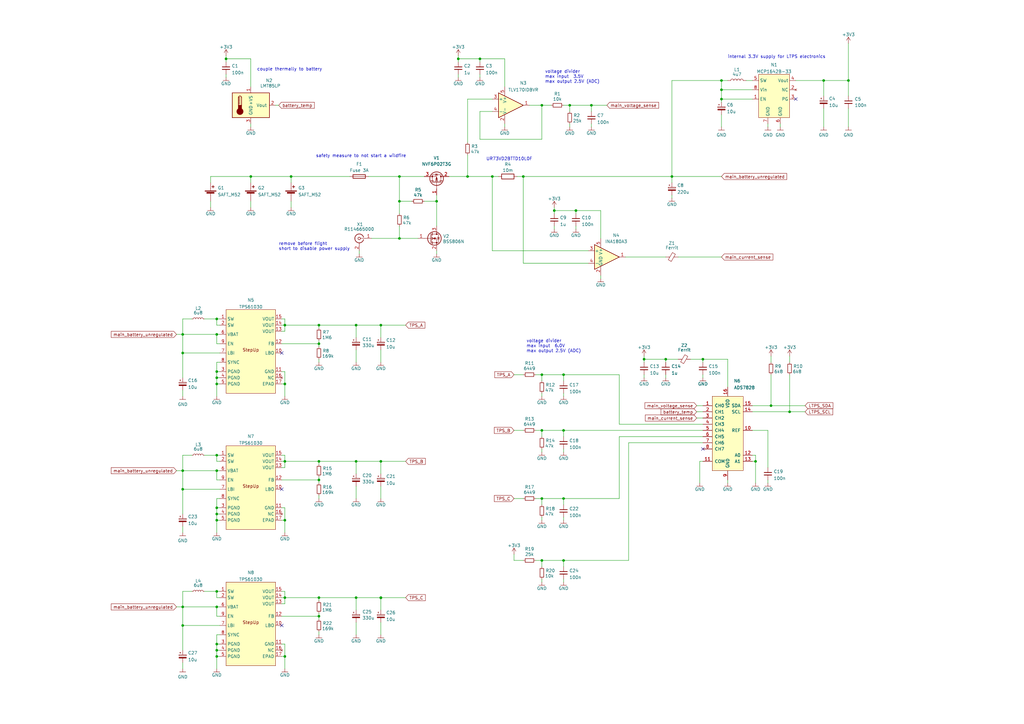
<source format=kicad_sch>
(kicad_sch (version 20211123) (generator eeschema)
  (paper "A3")
  (title_block (title "Low Temp. Power System") (date "May 2023") (rev "1.1") (company "Arno Krenslehner") (comment 1 "LTPS") (comment 2 "schematic") (comment 3 "qualification  model") (comment 4 "en"))
  (junction (at 88.9 137.16))
  (junction (at 74.93 193.04))
  (junction (at 179.07 82.55))
  (junction (at 222.25 153.67))
  (junction (at 156.21 133.35))
  (junction (at 201.93 72.39))
  (junction (at 273.05 147.32))
  (junction (at 88.9 193.04))
  (junction (at 92.71 24.13))
  (junction (at 74.93 137.16))
  (junction (at 88.9 213.36))
  (junction (at 163.83 97.79))
  (junction (at 130.81 189.23))
  (junction (at 116.84 189.23))
  (junction (at 337.82 33.02))
  (junction (at 88.9 264.16))
  (junction (at 295.91 36.83))
  (junction (at 88.9 154.94))
  (junction (at 231.14 153.67))
  (junction (at 130.81 245.11))
  (junction (at 116.84 245.11))
  (junction (at 233.68 43.18))
  (junction (at 130.81 133.35))
  (junction (at 88.9 242.57))
  (junction (at 88.9 210.82))
  (junction (at 222.25 176.53))
  (junction (at 88.9 152.4))
  (junction (at 74.93 256.54))
  (junction (at 309.88 189.23))
  (junction (at 88.9 269.24))
  (junction (at 295.91 40.64))
  (junction (at 264.16 147.32))
  (junction (at 316.23 166.37))
  (junction (at 227.33 86.36))
  (junction (at 146.05 189.23))
  (junction (at 275.59 72.39))
  (junction (at 156.21 245.1979))
  (junction (at 231.14 229.87))
  (junction (at 163.83 72.39))
  (junction (at 88.9 186.69))
  (junction (at 130.81 196.85))
  (junction (at 88.9 248.92))
  (junction (at 295.91 33.02))
  (junction (at 347.98 33.02))
  (junction (at 236.22 86.36))
  (junction (at 187.96 24.13))
  (junction (at 156.21 245.11))
  (junction (at 116.84 213.36))
  (junction (at 196.85 24.13))
  (junction (at 130.81 252.73))
  (junction (at 214.63 72.39))
  (junction (at 163.83 82.55))
  (junction (at 146.05 133.35))
  (junction (at 116.84 157.48))
  (junction (at 231.14 204.47))
  (junction (at 88.9 157.48))
  (junction (at 222.25 43.18))
  (junction (at 222.25 229.87))
  (junction (at 116.84 133.35))
  (junction (at 88.9 208.28))
  (junction (at 74.93 248.92))
  (junction (at 323.85 168.91))
  (junction (at 116.84 269.24))
  (junction (at 74.93 144.78))
  (junction (at 74.93 200.66))
  (junction (at 242.57 43.18))
  (junction (at 156.21 189.23))
  (junction (at 191.77 72.39))
  (junction (at 146.05 245.11))
  (junction (at 102.87 72.39))
  (junction (at 88.9 130.81))
  (junction (at 130.81 140.97))
  (junction (at 119.38 72.39))
  (junction (at 231.14 176.53))
  (junction (at 222.25 204.47))
  (junction (at 288.29 147.32))
  (junction (at 88.9 266.7))
  (no_connect (at 326.39 40.64))
  (no_connect (at 115.57 144.78))
  (no_connect (at 115.57 256.54))
  (no_connect (at 288.29 184.15))
  (no_connect (at 115.57 200.66))
  (wire (pts (xy 116.84 157.48) (xy 116.84 162.56)))
  (wire (pts (xy 116.84 189.23) (xy 130.81 189.23)))
  (wire (pts (xy 308.61 168.91) (xy 323.85 168.91)))
  (wire (pts (xy 222.25 229.87) (xy 222.25 232.41)))
  (wire (pts (xy 295.91 40.64) (xy 308.61 40.64)))
  (wire (pts (xy 314.96 176.53) (xy 308.61 176.53)))
  (wire (pts (xy 74.93 256.54) (xy 90.17 256.54)))
  (wire (pts (xy 179.07 82.55) (xy 179.07 92.71)))
  (wire (pts (xy 88.9 266.7) (xy 90.17 266.7)))
  (wire (pts (xy 74.93 200.66) (xy 90.17 200.66)))
  (wire (pts (xy 86.36 72.39) (xy 102.87 72.39)))
  (wire (pts (xy 92.71 25.4) (xy 92.71 24.13)))
  (wire (pts (xy 115.57 135.89) (xy 116.84 135.89)))
  (wire (pts (xy 116.84 213.36) (xy 116.84 218.44)))
  (wire (pts (xy 119.38 72.39) (xy 119.38 74.93)))
  (wire (pts (xy 88.9 208.28) (xy 88.9 210.82)))
  (wire (pts (xy 201.93 40.64) (xy 191.77 40.64)))
  (wire (pts (xy 285.75 171.45) (xy 288.29 171.45)))
  (wire (pts (xy 254 153.67) (xy 254 173.99)))
  (wire (pts (xy 298.45 147.32) (xy 298.45 158.75)))
  (wire (pts (xy 146.05 245.11) (xy 156.21 245.11)))
  (wire (pts (xy 116.84 152.4) (xy 116.84 157.48)))
  (wire (pts (xy 295.91 40.64) (xy 295.91 36.83)))
  (wire (pts (xy 146.05 189.23) (xy 156.21 189.23)))
  (wire (pts (xy 156.21 199.39) (xy 156.21 204.47)))
  (wire (pts (xy 130.81 259.08) (xy 130.81 260.35)))
  (wire (pts (xy 88.9 266.7) (xy 88.9 269.24)))
  (wire (pts (xy 90.17 260.35) (xy 88.9 260.35)))
  (wire (pts (xy 88.9 196.85) (xy 88.9 193.04)))
  (wire (pts (xy 256.54 105.41) (xy 273.05 105.41)))
  (wire (pts (xy 130.81 251.46) (xy 130.81 252.73)))
  (wire (pts (xy 275.59 80.01) (xy 275.59 81.28)))
  (wire (pts (xy 74.93 242.57) (xy 74.93 248.92)))
  (wire (pts (xy 156.21 189.23) (xy 156.21 194.31)))
  (wire (pts (xy 222.25 153.67) (xy 231.14 153.67)))
  (wire (pts (xy 130.81 147.32) (xy 130.81 148.59)))
  (wire (pts (xy 295.91 33.02) (xy 295.91 36.83)))
  (wire (pts (xy 222.25 176.53) (xy 231.14 176.53)))
  (wire (pts (xy 90.17 140.97) (xy 88.9 140.97)))
  (wire (pts (xy 90.17 186.69) (xy 88.9 186.69)))
  (wire (pts (xy 196.85 45.72) (xy 196.85 57.15)))
  (wire (pts (xy 214.63 107.95) (xy 241.3 107.95)))
  (wire (pts (xy 72.39 193.04) (xy 74.93 193.04)))
  (wire (pts (xy 92.71 24.13) (xy 102.87 24.13)))
  (wire (pts (xy 130.81 139.7) (xy 130.81 140.97)))
  (wire (pts (xy 222.25 229.87) (xy 231.14 229.87)))
  (wire (pts (xy 233.68 43.18) (xy 242.57 43.18)))
  (wire (pts (xy 219.71 176.53) (xy 222.25 176.53)))
  (wire (pts (xy 222.25 204.47) (xy 222.25 207.01)))
  (wire (pts (xy 116.84 135.89) (xy 116.84 133.35)))
  (wire (pts (xy 298.45 196.85) (xy 298.45 198.12)))
  (wire (pts (xy 187.96 30.48) (xy 187.96 31.75)))
  (wire (pts (xy 196.85 30.48) (xy 196.85 31.75)))
  (wire (pts (xy 74.93 137.16) (xy 74.93 144.78)))
  (wire (pts (xy 74.93 215.9) (xy 74.93 218.44)))
  (wire (pts (xy 88.9 130.81) (xy 88.9 133.35)))
  (wire (pts (xy 115.57 196.85) (xy 130.81 196.85)))
  (wire (pts (xy 347.98 17.78) (xy 347.98 33.02)))
  (wire (pts (xy 191.77 72.39) (xy 201.93 72.39)))
  (wire (pts (xy 179.07 82.55) (xy 179.07 80.01)))
  (wire (pts (xy 156.21 255.27) (xy 156.21 260.35)))
  (wire (pts (xy 323.85 168.91) (xy 330.2 168.91)))
  (wire (pts (xy 88.9 248.92) (xy 90.17 248.92)))
  (wire (pts (xy 242.57 50.8) (xy 242.57 52.07)))
  (wire (pts (xy 130.81 195.58) (xy 130.81 196.85)))
  (wire (pts (xy 306.07 33.02) (xy 308.61 33.02)))
  (wire (pts (xy 314.96 176.53) (xy 314.96 191.77)))
  (wire (pts (xy 74.93 271.78) (xy 74.93 274.32)))
  (wire (pts (xy 196.85 25.4) (xy 196.85 24.13)))
  (wire (pts (xy 241.3 102.87) (xy 201.93 102.87)))
  (wire (pts (xy 219.71 204.47) (xy 222.25 204.47)))
  (wire (pts (xy 323.85 146.05) (xy 323.85 148.59)))
  (wire (pts (xy 275.59 33.02) (xy 295.91 33.02)))
  (wire (pts (xy 88.9 152.4) (xy 88.9 154.94)))
  (wire (pts (xy 92.71 30.48) (xy 92.71 31.75)))
  (wire (pts (xy 88.9 193.04) (xy 90.17 193.04)))
  (wire (pts (xy 316.23 166.37) (xy 330.2 166.37)))
  (wire (pts (xy 78.74 186.69) (xy 74.93 186.69)))
  (wire (pts (xy 102.87 24.13) (xy 102.87 35.56)))
  (wire (pts (xy 264.16 147.32) (xy 273.05 147.32)))
  (wire (pts (xy 337.82 33.02) (xy 337.82 39.37)))
  (wire (pts (xy 116.84 269.24) (xy 116.84 274.32)))
  (wire (pts (xy 130.81 133.35) (xy 146.05 133.35)))
  (wire (pts (xy 308.61 189.23) (xy 309.88 189.23)))
  (wire (pts (xy 90.17 152.4) (xy 88.9 152.4)))
  (wire (pts (xy 119.38 72.39) (xy 143.51 72.39)))
  (wire (pts (xy 92.71 22.86) (xy 92.71 24.13)))
  (wire (pts (xy 231.14 179.07) (xy 231.14 176.53)))
  (wire (pts (xy 187.96 24.13) (xy 196.85 24.13)))
  (wire (pts (xy 163.83 72.39) (xy 173.99 72.39)))
  (wire (pts (xy 210.82 229.87) (xy 214.63 229.87)))
  (wire (pts (xy 116.84 247.65) (xy 116.84 245.11)))
  (wire (pts (xy 283.21 147.32) (xy 288.29 147.32)))
  (wire (pts (xy 115.57 140.97) (xy 130.81 140.97)))
  (wire (pts (xy 254 179.07) (xy 288.29 179.07)))
  (wire (pts (xy 116.84 189.23) (xy 116.84 186.69)))
  (wire (pts (xy 102.87 72.39) (xy 119.38 72.39)))
  (wire (pts (xy 163.83 82.55) (xy 168.91 82.55)))
  (wire (pts (xy 78.74 130.81) (xy 74.93 130.81)))
  (wire (pts (xy 273.05 147.32) (xy 278.13 147.32)))
  (wire (pts (xy 227.33 86.36) (xy 236.22 86.36)))
  (wire (pts (xy 210.82 204.47) (xy 214.63 204.47)))
  (wire (pts (xy 88.9 189.23) (xy 90.17 189.23)))
  (wire (pts (xy 242.57 45.72) (xy 242.57 43.18)))
  (wire (pts (xy 152.4 97.79) (xy 163.83 97.79)))
  (wire (pts (xy 231.14 184.15) (xy 231.14 185.42)))
  (wire (pts (xy 115.57 191.77) (xy 116.84 191.77)))
  (wire (pts (xy 222.25 161.29) (xy 222.25 162.56)))
  (wire (pts (xy 285.75 168.91) (xy 288.29 168.91)))
  (wire (pts (xy 115.57 213.36) (xy 116.84 213.36)))
  (wire (pts (xy 264.16 153.67) (xy 264.16 154.94)))
  (wire (pts (xy 264.16 147.32) (xy 264.16 148.59)))
  (wire (pts (xy 83.82 130.81) (xy 88.9 130.81)))
  (wire (pts (xy 222.25 212.09) (xy 222.25 213.36)))
  (wire (pts (xy 115.57 242.57) (xy 116.84 242.57)))
  (wire (pts (xy 222.25 43.18) (xy 226.06 43.18)))
  (wire (pts (xy 115.57 252.73) (xy 130.81 252.73)))
  (wire (pts (xy 275.59 72.39) (xy 295.91 72.39)))
  (wire (pts (xy 88.9 242.57) (xy 88.9 245.11)))
  (wire (pts (xy 115.57 208.28) (xy 116.84 208.28)))
  (wire (pts (xy 236.22 86.36) (xy 246.38 86.36)))
  (wire (pts (xy 74.93 248.92) (xy 74.93 256.54)))
  (wire (pts (xy 196.85 57.15) (xy 222.25 57.15)))
  (wire (pts (xy 227.33 85.09) (xy 227.33 86.36)))
  (wire (pts (xy 147.32 102.87) (xy 147.32 104.14)))
  (wire (pts (xy 236.22 87.63) (xy 236.22 86.36)))
  (wire (pts (xy 201.93 72.39) (xy 204.47 72.39)))
  (wire (pts (xy 88.9 154.94) (xy 88.9 157.48)))
  (wire (pts (xy 222.25 204.47) (xy 231.14 204.47)))
  (wire (pts (xy 90.17 208.28) (xy 88.9 208.28)))
  (wire (pts (xy 288.29 153.67) (xy 288.29 154.94)))
  (wire (pts (xy 116.84 133.35) (xy 116.84 130.81)))
  (wire (pts (xy 115.57 133.35) (xy 116.84 133.35)))
  (wire (pts (xy 116.84 245.11) (xy 116.84 242.57)))
  (wire (pts (xy 146.05 133.35) (xy 146.05 138.43)))
  (wire (pts (xy 222.25 176.53) (xy 222.25 179.07)))
  (wire (pts (xy 74.93 200.66) (xy 74.93 210.82)))
  (wire (pts (xy 295.91 36.83) (xy 308.61 36.83)))
  (wire (pts (xy 156.21 133.35) (xy 156.21 138.43)))
  (wire (pts (xy 74.93 137.16) (xy 88.9 137.16)))
  (wire (pts (xy 88.9 264.16) (xy 88.9 266.7)))
  (wire (pts (xy 156.21 133.35) (xy 166.37 133.35)))
  (wire (pts (xy 231.14 153.67) (xy 254 153.67)))
  (wire (pts (xy 156.21 143.51) (xy 156.21 148.59)))
  (wire (pts (xy 115.57 130.81) (xy 116.84 130.81)))
  (wire (pts (xy 337.82 44.45) (xy 337.82 52.07)))
  (wire (pts (xy 163.83 72.39) (xy 163.83 82.55)))
  (wire (pts (xy 207.01 24.13) (xy 207.01 35.56)))
  (wire (pts (xy 309.88 186.69) (xy 308.61 186.69)))
  (wire (pts (xy 116.84 191.77) (xy 116.84 189.23)))
  (wire (pts (xy 130.81 189.23) (xy 146.05 189.23)))
  (wire (pts (xy 184.15 72.39) (xy 191.77 72.39)))
  (wire (pts (xy 288.29 181.61) (xy 257.81 181.61)))
  (wire (pts (xy 146.05 143.51) (xy 146.05 148.59)))
  (wire (pts (xy 88.9 245.11) (xy 90.17 245.11)))
  (wire (pts (xy 156.21 245.11) (xy 166.37 245.11)))
  (wire (pts (xy 227.33 92.71) (xy 227.33 93.98)))
  (wire (pts (xy 88.9 154.94) (xy 90.17 154.94)))
  (wire (pts (xy 222.25 184.15) (xy 222.25 185.42)))
  (wire (pts (xy 88.9 137.16) (xy 90.17 137.16)))
  (wire (pts (xy 72.39 137.16) (xy 74.93 137.16)))
  (wire (pts (xy 231.14 156.21) (xy 231.14 153.67)))
  (wire (pts (xy 246.38 86.36) (xy 246.38 97.79)))
  (wire (pts (xy 115.57 157.48) (xy 116.84 157.48)))
  (wire (pts (xy 163.83 97.79) (xy 171.45 97.79)))
  (wire (pts (xy 83.82 242.57) (xy 88.9 242.57)))
  (wire (pts (xy 113.03 43.18) (xy 114.3 43.18)))
  (wire (pts (xy 309.88 189.23) (xy 309.88 198.12)))
  (wire (pts (xy 156.21 245.1979) (xy 156.21 250.19)))
  (wire (pts (xy 163.83 92.71) (xy 163.83 97.79)))
  (wire (pts (xy 295.91 33.02) (xy 298.45 33.02)))
  (wire (pts (xy 288.29 148.59) (xy 288.29 147.32)))
  (wire (pts (xy 88.9 213.36) (xy 88.9 218.44)))
  (wire (pts (xy 130.81 245.11) (xy 146.05 245.11)))
  (wire (pts (xy 74.93 248.92) (xy 88.9 248.92)))
  (wire (pts (xy 90.17 252.73) (xy 88.9 252.73)))
  (wire (pts (xy 88.9 260.35) (xy 88.9 264.16)))
  (wire (pts (xy 83.82 186.69) (xy 88.9 186.69)))
  (wire (pts (xy 337.82 33.02) (xy 347.98 33.02)))
  (wire (pts (xy 88.9 210.82) (xy 90.17 210.82)))
  (wire (pts (xy 219.71 153.67) (xy 222.25 153.67)))
  (wire (pts (xy 246.38 113.03) (xy 246.38 114.3)))
  (wire (pts (xy 288.29 147.32) (xy 298.45 147.32)))
  (wire (pts (xy 257.81 181.61) (xy 257.81 229.87)))
  (wire (pts (xy 231.14 176.53) (xy 288.29 176.53)))
  (wire (pts (xy 231.14 204.47) (xy 254 204.47)))
  (wire (pts (xy 201.93 102.87) (xy 201.93 72.39)))
  (wire (pts (xy 115.57 245.11) (xy 116.84 245.11)))
  (wire (pts (xy 74.93 144.78) (xy 74.93 154.94)))
  (wire (pts (xy 130.81 133.35) (xy 130.81 134.62)))
  (wire (pts (xy 212.09 72.39) (xy 214.63 72.39)))
  (wire (pts (xy 146.05 189.23) (xy 146.05 194.31)))
  (wire (pts (xy 207.01 50.8) (xy 207.01 52.07)))
  (wire (pts (xy 285.75 166.37) (xy 288.29 166.37)))
  (wire (pts (xy 233.68 50.8) (xy 233.68 52.07)))
  (wire (pts (xy 287.02 198.12) (xy 287.02 189.23)))
  (wire (pts (xy 254 173.99) (xy 288.29 173.99)))
  (wire (pts (xy 74.93 130.81) (xy 74.93 137.16)))
  (wire (pts (xy 72.39 248.92) (xy 74.93 248.92)))
  (wire (pts (xy 116.84 264.16) (xy 116.84 269.24)))
  (wire (pts (xy 88.9 148.59) (xy 88.9 152.4)))
  (wire (pts (xy 242.57 43.18) (xy 248.92 43.18)))
  (wire (pts (xy 130.81 140.97) (xy 130.81 142.24)))
  (wire (pts (xy 163.83 82.55) (xy 163.83 87.63)))
  (wire (pts (xy 88.9 213.36) (xy 90.17 213.36)))
  (wire (pts (xy 323.85 168.91) (xy 323.85 153.67)))
  (wire (pts (xy 187.96 22.86) (xy 187.96 24.13)))
  (wire (pts (xy 295.91 41.91) (xy 295.91 40.64)))
  (wire (pts (xy 231.14 212.09) (xy 231.14 213.36)))
  (wire (pts (xy 231.14 229.87) (xy 257.81 229.87)))
  (wire (pts (xy 231.14 161.29) (xy 231.14 162.56)))
  (wire (pts (xy 222.25 237.49) (xy 222.25 238.76)))
  (wire (pts (xy 130.81 252.73) (xy 130.81 254)))
  (wire (pts (xy 88.9 210.82) (xy 88.9 213.36)))
  (wire (pts (xy 309.88 189.23) (xy 309.88 186.69)))
  (wire (pts (xy 88.9 252.73) (xy 88.9 248.92)))
  (wire (pts (xy 86.36 74.93) (xy 86.36 72.39)))
  (wire (pts (xy 146.05 245.11) (xy 146.05 250.19)))
  (wire (pts (xy 210.82 227.33) (xy 210.82 229.87)))
  (wire (pts (xy 210.82 176.53) (xy 214.63 176.53)))
  (wire (pts (xy 90.17 130.81) (xy 88.9 130.81)))
  (wire (pts (xy 88.9 204.47) (xy 88.9 208.28)))
  (wire (pts (xy 74.93 193.04) (xy 88.9 193.04)))
  (wire (pts (xy 201.93 45.72) (xy 196.85 45.72)))
  (wire (pts (xy 314.96 50.8) (xy 314.96 52.07)))
  (wire (pts (xy 236.22 92.71) (xy 236.22 93.98)))
  (wire (pts (xy 173.99 82.55) (xy 179.07 82.55)))
  (wire (pts (xy 74.93 186.69) (xy 74.93 193.04)))
  (wire (pts (xy 88.9 186.69) (xy 88.9 189.23)))
  (wire (pts (xy 74.93 193.04) (xy 74.93 200.66)))
  (wire (pts (xy 74.93 144.78) (xy 90.17 144.78)))
  (wire (pts (xy 130.81 196.85) (xy 130.81 198.12)))
  (wire (pts (xy 102.87 72.39) (xy 102.87 74.93)))
  (wire (pts (xy 119.38 82.55) (xy 119.38 85.09)))
  (wire (pts (xy 222.25 57.15) (xy 222.25 43.18)))
  (wire (pts (xy 316.23 166.37) (xy 316.23 153.67)))
  (wire (pts (xy 88.9 140.97) (xy 88.9 137.16)))
  (wire (pts (xy 115.57 189.23) (xy 116.84 189.23)))
  (wire (pts (xy 287.02 189.23) (xy 288.29 189.23)))
  (wire (pts (xy 115.57 269.24) (xy 116.84 269.24)))
  (wire (pts (xy 316.23 146.05) (xy 316.23 148.59)))
  (wire (pts (xy 187.96 24.13) (xy 187.96 25.4)))
  (wire (pts (xy 78.74 242.57) (xy 74.93 242.57)))
  (wire (pts (xy 102.87 50.8) (xy 102.87 52.07)))
  (wire (pts (xy 233.68 43.18) (xy 233.68 45.72)))
  (wire (pts (xy 90.17 196.85) (xy 88.9 196.85)))
  (wire (pts (xy 102.87 82.55) (xy 102.87 85.09)))
  (wire (pts (xy 116.84 133.35) (xy 130.81 133.35)))
  (wire (pts (xy 231.14 232.41) (xy 231.14 229.87)))
  (wire (pts (xy 74.93 256.54) (xy 74.93 266.7)))
  (wire (pts (xy 146.05 133.35) (xy 156.21 133.35)))
  (wire (pts (xy 115.57 264.16) (xy 116.84 264.16)))
  (wire (pts (xy 222.25 43.18) (xy 217.17 43.18)))
  (wire (pts (xy 347.98 44.45) (xy 347.98 52.07)))
  (wire (pts (xy 320.04 50.8) (xy 320.04 52.07)))
  (wire (pts (xy 115.57 186.69) (xy 116.84 186.69)))
  (wire (pts (xy 273.05 147.32) (xy 273.05 148.59)))
  (wire (pts (xy 222.25 153.67) (xy 222.25 156.21)))
  (wire (pts (xy 130.81 203.2) (xy 130.81 204.47)))
  (wire (pts (xy 254 204.47) (xy 254 179.07)))
  (wire (pts (xy 130.81 245.11) (xy 130.81 246.38)))
  (wire (pts (xy 314.96 196.85) (xy 314.96 198.12)))
  (wire (pts (xy 90.17 204.47) (xy 88.9 204.47)))
  (wire (pts (xy 231.14 207.01) (xy 231.14 204.47)))
  (wire (pts (xy 88.9 157.48) (xy 88.9 162.56)))
  (wire (pts (xy 156.21 189.23) (xy 166.37 189.23)))
  (wire (pts (xy 295.91 46.99) (xy 295.91 52.07)))
  (wire (pts (xy 130.81 189.23) (xy 130.81 190.5)))
  (wire (pts (xy 308.61 166.37) (xy 316.23 166.37)))
  (wire (pts (xy 146.05 255.27) (xy 146.05 260.35)))
  (wire (pts (xy 86.36 82.55) (xy 86.36 85.09)))
  (wire (pts (xy 196.85 24.13) (xy 207.01 24.13)))
  (wire (pts (xy 231.14 237.49) (xy 231.14 238.76)))
  (wire (pts (xy 210.82 153.67) (xy 214.63 153.67)))
  (wire (pts (xy 90.17 148.59) (xy 88.9 148.59)))
  (wire (pts (xy 191.77 40.64) (xy 191.77 58.42)))
  (wire (pts (xy 214.63 72.39) (xy 214.63 107.95)))
  (wire (pts (xy 227.33 86.36) (xy 227.33 87.63)))
  (wire (pts (xy 219.71 229.87) (xy 222.25 229.87)))
  (wire (pts (xy 146.05 199.39) (xy 146.05 204.47)))
  (wire (pts (xy 179.07 102.87) (xy 179.07 104.14)))
  (wire (pts (xy 278.13 105.41) (xy 295.91 105.41)))
  (wire (pts (xy 264.16 146.05) (xy 264.16 147.32)))
  (wire (pts (xy 347.98 39.37) (xy 347.98 33.02)))
  (wire (pts (xy 326.39 33.02) (xy 337.82 33.02)))
  (wire (pts (xy 275.59 33.02) (xy 275.59 72.39)))
  (wire (pts (xy 214.63 72.39) (xy 275.59 72.39)))
  (wire (pts (xy 151.13 72.39) (xy 163.83 72.39)))
  (wire (pts (xy 88.9 269.24) (xy 90.17 269.24)))
  (wire (pts (xy 273.05 153.67) (xy 273.05 154.94)))
  (wire (pts (xy 115.57 247.65) (xy 116.84 247.65)))
  (wire (pts (xy 90.17 242.57) (xy 88.9 242.57)))
  (wire (pts (xy 88.9 133.35) (xy 90.17 133.35)))
  (wire (pts (xy 88.9 157.48) (xy 90.17 157.48)))
  (wire (pts (xy 74.93 160.02) (xy 74.93 162.56)))
  (wire (pts (xy 116.84 245.11) (xy 130.81 245.11)))
  (wire (pts (xy 115.57 152.4) (xy 116.84 152.4)))
  (wire (pts (xy 88.9 269.24) (xy 88.9 274.32)))
  (wire (pts (xy 275.59 72.39) (xy 275.59 74.93)))
  (wire (pts (xy 156.21 245.11) (xy 156.21 245.1979)))
  (wire (pts (xy 231.14 43.18) (xy 233.68 43.18)))
  (wire (pts (xy 116.84 208.28) (xy 116.84 213.36)))
  (wire (pts (xy 191.77 63.5) (xy 191.77 72.39)))
  (wire (pts (xy 90.17 264.16) (xy 88.9 264.16)))
  (text "couple thermally to battery" (at 105.41 29.21 0) (effects (font (size 1.27 1.27)) (justify left bottom)))
  (text "internal 3.3V supply for LTPS electronics" (at 298.45 24.13 0) (effects (font (size 1.27 1.27)) (justify left bottom)))
  (text "UR73VD2BTTD10L0F" (at 199.39 66.04 0) (effects (font (size 1.27 1.27)) (justify left bottom)))
  (text "safety measure to not start a wildfire" (at 129.54 64.77 0) (effects (font (size 1.27 1.27)) (justify left bottom)))
  (text "voltage divider\nmax input  3.5V\nmax output 2.5V (ADC)" (at 223.52 34.29 0) (effects (font (size 1.27 1.27)) (justify left bottom)))
  (text "remove before flight\nshort to disable power supply" (at 114.3 102.87 0) (effects (font (size 1.27 1.27)) (justify left bottom)))
  (text "voltage divider\nmax input  6.0V\nmax output 2.5V (ADC)" (at 215.9 144.78 0) (effects (font (size 1.27 1.27)) (justify left bottom)))
  (global_label "TPS_A" (shape input) (at 210.82 153.67 180) (property "Intersheet References" "${INTERSHEET_REFS}" (effects hide)))
  (global_label "TPS_C" (shape input) (at 166.37 245.11 0) (property "Intersheet References" "${INTERSHEET_REFS}" (effects hide)))
  (global_label "main_battery_unregulated" (shape input) (at 72.39 193.04 180) (property "Intersheet References" "${INTERSHEET_REFS}" (effects hide)))
  (global_label "TPS_B" (shape input) (at 210.82 176.53 180) (property "Intersheet References" "${INTERSHEET_REFS}" (effects hide)))
  (global_label "battery_temp" (shape input) (at 114.3 43.18 0) (property "Intersheet References" "${INTERSHEET_REFS}" (effects hide)))
  (global_label "main_battery_unregulated" (shape input) (at 72.39 137.16 180) (property "Intersheet References" "${INTERSHEET_REFS}" (effects hide)))
  (global_label "main_voltage_sense" (shape input) (at 285.75 166.37 180) (property "Intersheet References" "${INTERSHEET_REFS}" (effects hide)))
  (global_label "main_voltage_sense" (shape input) (at 248.92 43.18 0) (property "Intersheet References" "${INTERSHEET_REFS}" (effects hide)))
  (global_label "battery_temp" (shape input) (at 285.75 168.91 180) (property "Intersheet References" "${INTERSHEET_REFS}" (effects hide)))
  (global_label "TPS_B" (shape input) (at 166.37 189.23 0) (property "Intersheet References" "${INTERSHEET_REFS}" (effects hide)))
  (global_label "main_battery_unregulated" (shape input) (at 295.91 72.39 0) (property "Intersheet References" "${INTERSHEET_REFS}" (effects hide)))
  (global_label "TPS_C" (shape input) (at 210.82 204.47 180) (property "Intersheet References" "${INTERSHEET_REFS}" (effects hide)))
  (global_label "LTPS_SCL" (shape input) (at 330.2 168.91 0) (property "Intersheet References" "${INTERSHEET_REFS}" (effects hide)))
  (global_label "TPS_A" (shape input) (at 166.37 133.35 0) (property "Intersheet References" "${INTERSHEET_REFS}" (effects hide)))
  (global_label "main_battery_unregulated" (shape input) (at 72.39 248.92 180) (property "Intersheet References" "${INTERSHEET_REFS}" (effects hide)))
  (global_label "LTPS_SDA" (shape input) (at 330.2 166.37 0) (property "Intersheet References" "${INTERSHEET_REFS}" (effects hide)))
  (global_label "main_current_sense" (shape input) (at 295.91 105.41 0) (property "Intersheet References" "${INTERSHEET_REFS}" (effects hide)))
  (global_label "main_current_sense" (shape input) (at 285.75 171.45 180) (property "Intersheet References" "${INTERSHEET_REFS}" (effects hide)))
  (symbol (lib_id "Device:R") (at 208.28 72.39 90) (unit 1)
    (property "Reference" "R4" (at 208.28 67.4075 90))
    (property "Value" "10m" (at 208.28 69.85 90))
    (property "Footprint" "Resistor_SMD:R_1206_3216Metric" (effects hide))
  )
  (symbol (lib_id "Amplifier_Current:INA138") (at 248.92 105.41 0) (unit 1)
    (property "Reference" "N4" (at 252.73 96.52 0))
    (property "Value" "INA180A3" (at 252.73 99.06 0))
    (property "Footprint" "Package_TO_SOT_SMD:SOT-23-5" (effects hide))
    (property "Datasheet" "http://www.ti.com/lit/ds/symlink/ina138.pdf" (effects hide))
  )
  (symbol (lib_id "Device:C_Small") (at 347.98 41.91 0) (unit 1)
    (property "Reference" "C5" (at 350.52 40.64 0) (effects (justify left)))
    (property "Value" "100n" (at 350.52 43.18 0) (effects (justify left)))
    (property "Footprint" "Capacitor_SMD:C_0805_2012Metric" (effects hide))
  )
  (symbol (lib_id "Device:R_Small") (at 222.25 209.55 0) (unit 1)
    (property "Reference" "R18" (at 223.7486 208.6415 0) (effects (justify left)))
    (property "Value" "47k" (at 223.52 210.82 0) (effects (justify left)))
    (property "Footprint" "Resistor_SMD:R_0603_1608Metric" (effects hide))
  )
  (symbol (lib_id "power:GND") (at 298.45 198.12 0) (mirror y) (unit 1)
    (property "Reference" "#PWR043" (effects hide))
    (property "Value" "GND" (at 298.45 200.66 0))
  )
  (symbol (lib_id "power:GND") (at 74.93 162.56 0) (unit 1)
    (property "Reference" "#PWR035" (effects hide))
    (property "Value" "GND" (at 74.93 165.8525 0))
  )
  (symbol (lib_id "power:GND") (at 187.96 31.75 0) (mirror y) (unit 1)
    (property "Reference" "#PWR05" (effects hide))
    (property "Value" "GND" (at 187.96 34.29 0))
  )
  (symbol (lib_id "Device:C_Small") (at 227.33 90.17 0) (unit 1)
    (property "Reference" "C9" (at 229.6541 89.2678 0) (effects (justify left)))
    (property "Value" "1u" (at 229.6541 92.0429 0) (effects (justify left)))
    (property "Footprint" "Capacitor_SMD:C_0805_2012Metric" (effects hide))
  )
  (symbol (lib_id "power:GND") (at 309.88 198.12 0) (mirror y) (unit 1)
    (property "Reference" "#PWR044" (effects hide))
    (property "Value" "GND" (at 309.88 200.66 0))
  )
  (symbol (lib_id "power:GND") (at 236.22 93.98 0) (mirror y) (unit 1)
    (property "Reference" "#PWR022" (effects hide))
    (property "Value" "GND" (at 236.22 96.52 0))
  )
  (symbol (lib_id "power:GND") (at 233.68 52.07 0) (unit 1)
    (property "Reference" "#PWR09" (effects hide))
    (property "Value" "GND" (at 233.68 54.61 0))
  )
  (symbol (lib_id "power:GND") (at 222.25 213.36 0) (unit 1)
    (property "Reference" "#PWR049" (effects hide))
    (property "Value" "GND" (at 222.25 215.9 0))
  )
  (symbol (lib_id "power:+3V3") (at 264.16 146.05 0) (unit 1)
    (property "Reference" "#PWR026" (effects hide))
    (property "Value" "+3V3" (at 264.16 142.4455 0))
  )
  (symbol (lib_id "power:GND") (at 231.14 213.36 0) (mirror y) (unit 1)
    (property "Reference" "#PWR050" (effects hide))
    (property "Value" "GND" (at 231.14 215.9 0))
  )
  (symbol (lib_id "_ic:MCP1642B-33") (at 317.5 30.48 0) (unit 1)
    (property "Reference" "N1" (at 317.5 26.5643 0))
    (property "Value" "MCP1642B-33" (at 317.5 29.3394 0))
    (property "Footprint" "Package_SO:MSOP-8_3x3mm_P0.65mm" (effects hide))
  )
  (symbol (lib_id "Device:R_Small") (at 217.17 229.87 270) (mirror x) (unit 1)
    (property "Reference" "R19" (at 217.17 225.1669 90))
    (property "Value" "25k" (at 217.17 227.33 90))
    (property "Footprint" "Resistor_SMD:R_0603_1608Metric" (effects hide))
  )
  (symbol (lib_id "Device:C_Small") (at 92.71 27.94 0) (unit 1)
    (property "Reference" "C1" (at 95.0341 27.0378 0) (effects (justify left)))
    (property "Value" "100n" (at 95.0341 29.8129 0) (effects (justify left)))
    (property "Footprint" "Capacitor_SMD:C_0805_2012Metric" (effects hide))
  )
  (symbol (lib_id "power:GND") (at 347.98 52.07 0) (unit 1)
    (property "Reference" "#PWR015" (effects hide))
    (property "Value" "GND" (at 347.98 55.3625 0))
  )
  (symbol (lib_id "Device:Battery_Cell") (at 119.38 80.01 0) (unit 1)
    (property "Reference" "G3" (at 122.301 77.0695 0) (effects (justify left)))
    (property "Value" "SAFT_M52" (at 122.301 79.8446 0) (effects (justify left)))
    (property "Footprint" "Battery:SAFT_M52" (effects hide))
  )
  (symbol (lib_id "power:GND") (at 156.21 260.35 0) (mirror y) (unit 1)
    (property "Reference" "#PWR059" (effects hide))
    (property "Value" "GND" (at 156.21 262.89 0))
  )
  (symbol (lib_id "Device:C_Small") (at 288.29 151.13 0) (unit 1)
    (property "Reference" "C15" (at 290.6141 150.2278 0) (effects (justify left)))
    (property "Value" "100n" (at 290.6141 153.0029 0) (effects (justify left)))
    (property "Footprint" "Capacitor_SMD:C_0805_2012Metric" (effects hide))
  )
  (symbol (lib_id "_ic:TPS61030") (at 102.87 238.76 0) (unit 1)
    (property "Reference" "N8" (at 102.87 234.8443 0))
    (property "Value" "TPS61030" (at 102.87 237.6194 0))
    (property "Footprint" "Package_SO:TSSOP-16-1EP_4.4x5mm_P0.65mm_EP3x3mm_ThermalVias" (effects hide))
  )
  (symbol (lib_id "power:GND") (at 88.9 162.56 0) (mirror y) (unit 1)
    (property "Reference" "#PWR036" (effects hide))
    (property "Value" "GND" (at 88.9 165.1 0))
  )
  (symbol (lib_id "power:GND") (at 146.05 260.35 0) (mirror y) (unit 1)
    (property "Reference" "#PWR058" (effects hide))
    (property "Value" "GND" (at 146.05 262.89 0))
  )
  (symbol (lib_id "Device:C_Small") (at 187.96 27.94 0) (unit 1)
    (property "Reference" "C2" (at 190.2841 27.0378 0) (effects (justify left)))
    (property "Value" "1u" (at 190.2841 29.8129 0) (effects (justify left)))
    (property "Footprint" "Capacitor_SMD:C_0805_2012Metric" (effects hide))
  )
  (symbol (lib_id "Device:R_Small") (at 233.68 48.26 0) (unit 1)
    (property "Reference" "R2" (at 235.1786 47.3515 0) (effects (justify left)))
    (property "Value" "25k" (at 234.95 49.53 0) (effects (justify left)))
    (property "Footprint" "Resistor_SMD:R_0603_1608Metric" (effects hide))
  )
  (symbol (lib_id "power:GND") (at 102.87 85.09 0) (unit 1)
    (property "Reference" "#PWR018" (effects hide))
    (property "Value" "GND" (at 102.87 87.63 0))
  )
  (symbol (lib_id "Device:R_Small") (at 217.17 153.67 270) (mirror x) (unit 1)
    (property "Reference" "R11" (at 217.17 148.9669 90))
    (property "Value" "64k9" (at 217.17 151.13 90))
    (property "Footprint" "Resistor_SMD:R_0603_1608Metric" (effects hide))
  )
  (symbol (lib_id "power:GND") (at 92.71 31.75 0) (mirror y) (unit 1)
    (property "Reference" "#PWR04" (effects hide))
    (property "Value" "GND" (at 92.71 34.29 0))
  )
  (symbol (lib_id "Device:R_Small") (at 130.81 256.54 0) (unit 1)
    (property "Reference" "R22" (at 132.3086 255.6315 0) (effects (justify left)))
    (property "Value" "169k" (at 132.08 257.81 0) (effects (justify left)))
    (property "Footprint" "Resistor_SMD:R_0603_1608Metric" (effects hide))
  )
  (symbol (lib_id "power:GND") (at 314.96 52.07 0) (unit 1)
    (property "Reference" "#PWR012" (effects hide))
    (property "Value" "GND" (at 314.96 55.3625 0))
  )
  (symbol (lib_id "Device:C_Polarized_Small") (at 337.82 41.91 0) (unit 1)
    (property "Reference" "C4" (at 339.979 40.4554 0) (effects (justify left)))
    (property "Value" "10u" (at 339.979 43.2305 0) (effects (justify left)))
    (property "Footprint" "Capacitor_SMD:C_1206_3216Metric" (effects hide))
  )
  (symbol (lib_id "power:GND") (at 130.81 260.35 0) (unit 1)
    (property "Reference" "#PWR057" (effects hide))
    (property "Value" "GND" (at 130.81 262.89 0))
  )
  (symbol (lib_id "power:GND") (at 295.91 52.07 0) (unit 1)
    (property "Reference" "#PWR011" (effects hide))
    (property "Value" "GND" (at 295.91 55.3625 0))
  )
  (symbol (lib_id "power:GND") (at 116.84 274.32 0) (unit 1)
    (property "Reference" "#PWR062" (effects hide))
    (property "Value" "GND" (at 116.84 276.86 0))
  )
  (symbol (lib_name "TPS61030_2") (lib_id "_ic:TPS61030") (at 102.87 182.88 0) (unit 1)
    (property "Reference" "N7" (at 102.87 178.9643 0))
    (property "Value" "TPS61030" (at 102.87 181.7394 0))
    (property "Footprint" "Package_SO:TSSOP-16-1EP_4.4x5mm_P0.65mm_EP3x3mm_ThermalVias" (effects hide))
  )
  (symbol (lib_id "Device:C_Polarized_Small") (at 146.05 140.97 0) (unit 1)
    (property "Reference" "C11" (at 148.59 139.1538 0) (effects (justify left)))
    (property "Value" "330u" (at 148.59 141.6938 0) (effects (justify left)))
    (property "Footprint" "Capacitor_Tantalum_SMD:CP_EIA-7343-30_AVX-N" (effects hide))
  )
  (symbol (lib_id "Device:C_Small") (at 314.96 194.31 0) (unit 1)
    (property "Reference" "C19" (at 317.2841 193.4078 0) (effects (justify left)))
    (property "Value" "100n" (at 317.2841 196.1829 0) (effects (justify left)))
    (property "Footprint" "Capacitor_SMD:C_0805_2012Metric" (effects hide))
  )
  (symbol (lib_id "power:GND") (at 130.81 148.59 0) (unit 1)
    (property "Reference" "#PWR029" (effects hide))
    (property "Value" "GND" (at 130.81 151.13 0))
  )
  (symbol (lib_id "Device:C_Small") (at 196.85 27.94 0) (unit 1)
    (property "Reference" "C3" (at 199.1741 27.0378 0) (effects (justify left)))
    (property "Value" "100n" (at 199.1741 29.8129 0) (effects (justify left)))
    (property "Footprint" "Capacitor_SMD:C_0805_2012Metric" (effects hide))
  )
  (symbol (lib_id "Device:C_Small") (at 231.14 181.61 0) (unit 1)
    (property "Reference" "C18" (at 233.4641 180.7078 0) (effects (justify left)))
    (property "Value" "100n" (at 233.4641 183.4829 0) (effects (justify left)))
    (property "Footprint" "Capacitor_SMD:C_0805_2012Metric" (effects hide))
  )
  (symbol (lib_id "power:GND") (at 227.33 93.98 0) (mirror y) (unit 1)
    (property "Reference" "#PWR021" (effects hide))
    (property "Value" "GND" (at 227.33 96.52 0))
  )
  (symbol (lib_id "Device:R_Small") (at 222.25 181.61 0) (unit 1)
    (property "Reference" "R14" (at 223.7486 180.7015 0) (effects (justify left)))
    (property "Value" "47k" (at 223.52 182.88 0) (effects (justify left)))
    (property "Footprint" "Resistor_SMD:R_0603_1608Metric" (effects hide))
  )
  (symbol (lib_id "Device:C_Small") (at 264.16 151.13 0) (unit 1)
    (property "Reference" "C13" (at 266.4841 150.2278 0) (effects (justify left)))
    (property "Value" "10u" (at 266.4841 153.0029 0) (effects (justify left)))
    (property "Footprint" "Capacitor_SMD:C_1206_3216Metric" (effects hide))
  )
  (symbol (lib_id "power:+3V3") (at 92.71 22.86 0) (unit 1)
    (property "Reference" "#PWR02" (effects hide))
    (property "Value" "+3V3" (at 92.71 19.2555 0))
  )
  (symbol (lib_id "Device:R_Small") (at 163.83 90.17 0) (unit 1)
    (property "Reference" "R6" (at 165.3286 89.2615 0) (effects (justify left)))
    (property "Value" "47k" (at 165.1 91.44 0) (effects (justify left)))
    (property "Footprint" "Resistor_SMD:R_0603_1608Metric" (effects hide))
  )
  (symbol (lib_id "power:GND") (at 246.38 114.3 0) (mirror y) (unit 1)
    (property "Reference" "#PWR025" (effects hide))
    (property "Value" "GND" (at 246.38 116.84 0))
  )
  (symbol (lib_id "Device:R_Small") (at 217.17 204.47 270) (mirror x) (unit 1)
    (property "Reference" "R17" (at 217.17 199.7669 90))
    (property "Value" "64k9" (at 217.17 201.93 90))
    (property "Footprint" "Resistor_SMD:R_0603_1608Metric" (effects hide))
  )
  (symbol (lib_id "Device:R_Small") (at 222.25 234.95 0) (unit 1)
    (property "Reference" "R20" (at 223.7486 234.0415 0) (effects (justify left)))
    (property "Value" "10k" (at 223.52 236.22 0) (effects (justify left)))
    (property "Footprint" "Resistor_SMD:R_0603_1608Metric" (effects hide))
  )
  (symbol (lib_id "power:GND") (at 320.04 52.07 0) (unit 1)
    (property "Reference" "#PWR013" (effects hide))
    (property "Value" "GND" (at 320.04 55.3625 0))
  )
  (symbol (lib_id "power:GND") (at 74.93 218.44 0) (unit 1)
    (property "Reference" "#PWR051" (effects hide))
    (property "Value" "GND" (at 74.93 221.7325 0))
  )
  (symbol (lib_id "Device:R_Small") (at 228.6 43.18 270) (mirror x) (unit 1)
    (property "Reference" "R1" (at 228.6 38.4769 90))
    (property "Value" "10k" (at 228.6 40.64 90))
    (property "Footprint" "Resistor_SMD:R_0603_1608Metric" (effects hide))
  )
  (symbol (lib_id "Device:L_Small") (at 81.28 186.69 90) (unit 1)
    (property "Reference" "L3" (at 81.28 182.3425 90))
    (property "Value" "6u8" (at 81.28 184.15 90))
    (property "Footprint" "Inductor_SMD:L_Bourns_SRP7028A_7.3x6.6mm" (effects hide))
  )
  (symbol (lib_id "power:GND") (at 264.16 154.94 0) (mirror y) (unit 1)
    (property "Reference" "#PWR032" (effects hide))
    (property "Value" "GND" (at 264.16 157.48 0))
  )
  (symbol (lib_id "Device:L_Small") (at 81.28 130.81 90) (unit 1)
    (property "Reference" "L2" (at 81.28 126.4625 90))
    (property "Value" "6u8" (at 81.28 128.27 90))
    (property "Footprint" "Inductor_SMD:L_Bourns_SRP7028A_7.3x6.6mm" (effects hide))
  )
  (symbol (lib_id "Device:Q_PMOS_GDS") (at 179.07 74.93 270) (mirror x) (unit 1)
    (property "Reference" "V1" (at 179.07 64.77 90))
    (property "Value" "NVF6P02T3G" (at 179.07 67.31 90))
    (property "Footprint" "Package_TO_SOT_SMD:SOT-223-3_TabPin2" (effects hide))
  )
  (symbol (lib_id "power:GND") (at 146.05 148.59 0) (mirror y) (unit 1)
    (property "Reference" "#PWR030" (effects hide))
    (property "Value" "GND" (at 146.05 151.13 0))
  )
  (symbol (lib_id "Device:C_Polarized_Small") (at 156.21 196.85 0) (unit 1)
    (property "Reference" "C21" (at 158.369 195.3954 0) (effects (justify left)))
    (property "Value" "10u" (at 158.369 198.1705 0) (effects (justify left)))
    (property "Footprint" "Capacitor_SMD:C_1206_3216Metric" (effects hide))
  )
  (symbol (lib_id "power:+3V3") (at 323.85 146.05 0) (unit 1)
    (property "Reference" "#PWR028" (effects hide))
    (property "Value" "+3V3" (at 323.85 142.4455 0))
  )
  (symbol (lib_id "power:GND") (at 231.14 162.56 0) (mirror y) (unit 1)
    (property "Reference" "#PWR039" (effects hide))
    (property "Value" "GND" (at 231.14 165.1 0))
  )
  (symbol (lib_id "_ic:TPS61030") (at 102.87 127 0) (unit 1)
    (property "Reference" "N5" (at 102.87 123.0843 0))
    (property "Value" "TPS61030" (at 102.87 125.8594 0))
    (property "Footprint" "Package_SO:TSSOP-16-1EP_4.4x5mm_P0.65mm_EP3x3mm_ThermalVias" (effects hide))
  )
  (symbol (lib_id "power:GND") (at 222.25 185.42 0) (unit 1)
    (property "Reference" "#PWR040" (effects hide))
    (property "Value" "GND" (at 222.25 187.96 0))
  )
  (symbol (lib_id "Device:Battery_Cell") (at 102.87 80.01 0) (unit 1)
    (property "Reference" "G2" (at 105.791 77.0695 0) (effects (justify left)))
    (property "Value" "SAFT_M52" (at 105.791 79.8446 0) (effects (justify left)))
    (property "Footprint" "Battery:SAFT_M52" (effects hide))
  )
  (symbol (lib_id "Device:C_Polarized_Small") (at 74.93 269.24 0) (unit 1)
    (property "Reference" "C27" (at 77.089 267.7854 0) (effects (justify left)))
    (property "Value" "10u" (at 77.089 270.5605 0) (effects (justify left)))
    (property "Footprint" "Capacitor_SMD:C_1206_3216Metric" (effects hide))
  )
  (symbol (lib_id "power:GND") (at 86.36 85.09 0) (unit 1)
    (property "Reference" "#PWR017" (effects hide))
    (property "Value" "GND" (at 86.36 87.63 0))
  )
  (symbol (lib_id "power:GND") (at 156.21 148.59 0) (mirror y) (unit 1)
    (property "Reference" "#PWR031" (effects hide))
    (property "Value" "GND" (at 156.21 151.13 0))
  )
  (symbol (lib_id "Device:R_Small") (at 130.81 137.16 0) (unit 1)
    (property "Reference" "R7" (at 132.3086 136.2515 0) (effects (justify left)))
    (property "Value" "1M6" (at 132.08 138.43 0) (effects (justify left)))
    (property "Footprint" "Resistor_SMD:R_0603_1608Metric" (effects hide))
  )
  (symbol (lib_id "power:GND") (at 275.59 81.28 0) (mirror y) (unit 1)
    (property "Reference" "#PWR016" (effects hide))
    (property "Value" "GND" (at 275.59 83.82 0))
  )
  (symbol (lib_id "Device:C_Small") (at 236.22 90.17 0) (unit 1)
    (property "Reference" "C10" (at 238.5441 89.2678 0) (effects (justify left)))
    (property "Value" "100n" (at 238.5441 92.0429 0) (effects (justify left)))
    (property "Footprint" "Capacitor_SMD:C_0805_2012Metric" (effects hide))
  )
  (symbol (lib_id "power:GND") (at 231.14 185.42 0) (mirror y) (unit 1)
    (property "Reference" "#PWR041" (effects hide))
    (property "Value" "GND" (at 231.14 187.96 0))
  )
  (symbol (lib_id "Amplifier_Operational:OPA188xxDBV") (at 209.55 43.18 0) (unit 1)
    (property "Reference" "N3" (at 214.63 34.0549 0))
    (property "Value" "TLV170IDBVR" (at 214.63 36.83 0))
    (property "Footprint" "Package_TO_SOT_SMD:TSOT-23-5" (effects hide))
    (property "Datasheet" "http://www.ti.com/lit/ds/symlink/opa188.pdf" (effects hide))
  )
  (symbol (lib_id "Sensor_Temperature:LM35-LP") (at 102.87 43.18 0) (unit 1)
    (property "Reference" "N2" (at 111.76 33.02 0) (effects (justify right)))
    (property "Value" "LMT85LP" (at 115.062 35.1985 0) (effects (justify right)))
    (property "Footprint" "Package_TO_SOT_THT:TO-92_HandSolder" (effects hide))
    (property "Datasheet" "http://www.ti.com/lit/ds/symlink/lm35.pdf" (effects hide))
  )
  (symbol (lib_id "Device:FerriteBead_Small") (at 280.67 147.32 90) (unit 1)
    (property "Reference" "Z2" (at 280.6319 141.6517 90))
    (property "Value" "Ferrit" (at 280.67 143.51 90))
    (property "Footprint" "Inductor_SMD:L_0603_1608Metric" (effects hide))
  )
  (symbol (lib_id "Device:C_Small") (at 231.14 158.75 0) (unit 1)
    (property "Reference" "C17" (at 233.4641 157.8478 0) (effects (justify left)))
    (property "Value" "100n" (at 233.4641 160.6229 0) (effects (justify left)))
    (property "Footprint" "Capacitor_SMD:C_0805_2012Metric" (effects hide))
  )
  (symbol (lib_id "Device:C_Small") (at 242.57 48.26 0) (unit 1)
    (property "Reference" "C7" (at 244.8941 47.3578 0) (effects (justify left)))
    (property "Value" "100n" (at 244.8941 50.1329 0) (effects (justify left)))
    (property "Footprint" "Capacitor_SMD:C_0805_2012Metric" (effects hide))
  )
  (symbol (lib_id "power:GND") (at 179.07 104.14 0) (mirror y) (unit 1)
    (property "Reference" "#PWR024" (effects hide))
    (property "Value" "GND" (at 179.07 106.68 0))
  )
  (symbol (lib_id "power:GND") (at 88.9 218.44 0) (mirror y) (unit 1)
    (property "Reference" "#PWR052" (effects hide))
    (property "Value" "GND" (at 88.9 220.98 0))
  )
  (symbol (lib_id "Device:R_Small") (at 171.45 82.55 270) (mirror x) (unit 1)
    (property "Reference" "R5" (at 171.45 77.8469 90))
    (property "Value" "47k" (at 171.45 80.01 90))
    (property "Footprint" "Resistor_SMD:R_0603_1608Metric" (effects hide))
  )
  (symbol (lib_id "power:GND") (at 147.32 104.14 0) (unit 1)
    (property "Reference" "#PWR023" (effects hide))
    (property "Value" "GND" (at 147.32 106.68 0))
  )
  (symbol (lib_id "Device:C_Polarized_Small") (at 146.05 252.73 0) (unit 1)
    (property "Reference" "C25" (at 148.59 250.9138 0) (effects (justify left)))
    (property "Value" "330u" (at 148.59 253.4538 0) (effects (justify left)))
    (property "Footprint" "Capacitor_Tantalum_SMD:CP_EIA-7343-30_AVX-N" (effects hide))
  )
  (symbol (lib_id "power:GND") (at 314.96 198.12 0) (mirror y) (unit 1)
    (property "Reference" "#PWR045" (effects hide))
    (property "Value" "GND" (at 314.96 200.66 0))
  )
  (symbol (lib_id "Device:C_Polarized_Small") (at 74.93 213.36 0) (unit 1)
    (property "Reference" "C23" (at 77.089 211.9054 0) (effects (justify left)))
    (property "Value" "10u" (at 77.089 214.6805 0) (effects (justify left)))
    (property "Footprint" "Capacitor_SMD:C_1206_3216Metric" (effects hide))
  )
  (symbol (lib_id "power:GND") (at 287.02 198.12 0) (mirror y) (unit 1)
    (property "Reference" "#PWR042" (effects hide))
    (property "Value" "GND" (at 287.02 200.66 0))
  )
  (symbol (lib_id "power:+3V3") (at 316.23 146.05 0) (unit 1)
    (property "Reference" "#PWR027" (effects hide))
    (property "Value" "+3V3" (at 316.23 142.4455 0))
  )
  (symbol (lib_id "Device:C_Polarized_Small") (at 146.05 196.85 0) (unit 1)
    (property "Reference" "C20" (at 148.59 195.0338 0) (effects (justify left)))
    (property "Value" "330u" (at 148.59 197.5738 0) (effects (justify left)))
    (property "Footprint" "Capacitor_Tantalum_SMD:CP_EIA-7343-30_AVX-N" (effects hide))
  )
  (symbol (lib_id "power:GND") (at 273.05 154.94 0) (mirror y) (unit 1)
    (property "Reference" "#PWR033" (effects hide))
    (property "Value" "GND" (at 273.05 157.48 0))
  )
  (symbol (lib_id "Device:R_Small") (at 130.81 248.92 0) (unit 1)
    (property "Reference" "R21" (at 132.3086 248.0115 0) (effects (justify left)))
    (property "Value" "1M6" (at 132.08 250.19 0) (effects (justify left)))
    (property "Footprint" "Resistor_SMD:R_0603_1608Metric" (effects hide))
  )
  (symbol (lib_id "Device:R_Small") (at 316.23 151.13 0) (unit 1)
    (property "Reference" "R9" (at 317.7286 150.2215 0) (effects (justify left)))
    (property "Value" "6k8" (at 317.5 152.4 0) (effects (justify left)))
    (property "Footprint" "Resistor_SMD:R_0603_1608Metric" (effects hide))
  )
  (symbol (lib_id "Device:R_Small") (at 130.81 144.78 0) (unit 1)
    (property "Reference" "R8" (at 132.3086 143.8715 0) (effects (justify left)))
    (property "Value" "169k" (at 132.08 146.05 0) (effects (justify left)))
    (property "Footprint" "Resistor_SMD:R_0603_1608Metric" (effects hide))
  )
  (symbol (lib_id "power:GND") (at 156.21 204.47 0) (mirror y) (unit 1)
    (property "Reference" "#PWR048" (effects hide))
    (property "Value" "GND" (at 156.21 207.01 0))
  )
  (symbol (lib_id "Device:C_Small") (at 231.14 209.55 0) (unit 1)
    (property "Reference" "C22" (at 233.4641 208.6478 0) (effects (justify left)))
    (property "Value" "100n" (at 233.4641 211.4229 0) (effects (justify left)))
    (property "Footprint" "Capacitor_SMD:C_0805_2012Metric" (effects hide))
  )
  (symbol (lib_id "power:GND") (at 119.38 85.09 0) (unit 1)
    (property "Reference" "#PWR019" (effects hide))
    (property "Value" "GND" (at 119.38 87.63 0))
  )
  (symbol (lib_id "Device:L") (at 302.26 33.02 90) (unit 1)
    (property "Reference" "L1" (at 302.26 28.5455 90))
    (property "Value" "4u7" (at 302.26 30.48 90))
    (property "Footprint" "SamacSys_Parts:WE-TPC_5818_582892" (effects hide))
  )
  (symbol (lib_id "Device:Battery_Cell") (at 86.36 80.01 0) (unit 1)
    (property "Reference" "G1" (at 89.281 77.0695 0) (effects (justify left)))
    (property "Value" "SAFT_M52" (at 89.281 79.8446 0) (effects (justify left)))
    (property "Footprint" "Battery:SAFT_M52" (effects hide))
  )
  (symbol (lib_id "power:GND") (at 102.87 52.07 0) (mirror y) (unit 1)
    (property "Reference" "#PWR07" (effects hide))
    (property "Value" "GND" (at 102.87 54.61 0))
  )
  (symbol (lib_id "Device:R_Small") (at 191.77 60.96 0) (unit 1)
    (property "Reference" "R3" (at 193.2686 60.0515 0) (effects (justify left)))
    (property "Value" "47k" (at 193.04 62.23 0) (effects (justify left)))
    (property "Footprint" "Resistor_SMD:R_0603_1608Metric" (effects hide))
  )
  (symbol (lib_id "power:GND") (at 222.25 162.56 0) (unit 1)
    (property "Reference" "#PWR038" (effects hide))
    (property "Value" "GND" (at 222.25 165.1 0))
  )
  (symbol (lib_id "Device:R_Small") (at 323.85 151.13 0) (unit 1)
    (property "Reference" "R10" (at 325.3486 150.2215 0) (effects (justify left)))
    (property "Value" "6k8" (at 325.12 152.4 0) (effects (justify left)))
    (property "Footprint" "Resistor_SMD:R_0603_1608Metric" (effects hide))
  )
  (symbol (lib_id "Device:C_Polarized_Small") (at 156.21 252.73 0) (unit 1)
    (property "Reference" "C26" (at 158.369 251.2754 0) (effects (justify left)))
    (property "Value" "10u" (at 158.369 254.0505 0) (effects (justify left)))
    (property "Footprint" "Capacitor_SMD:C_1206_3216Metric" (effects hide))
  )
  (symbol (lib_id "Device:R_Small") (at 222.25 158.75 0) (unit 1)
    (property "Reference" "R12" (at 223.7486 157.8415 0) (effects (justify left)))
    (property "Value" "47k" (at 223.52 160.02 0) (effects (justify left)))
    (property "Footprint" "Resistor_SMD:R_0603_1608Metric" (effects hide))
  )
  (symbol (lib_id "Analog_ADC:ADS7828") (at 298.45 176.53 0) (unit 1)
    (property "Reference" "N6" (at 300.99 156.21 0) (effects (justify left)))
    (property "Value" "ADS7828" (at 300.99 158.9851 0) (effects (justify left)))
    (property "Footprint" "Package_SO:TSSOP-16_4.4x5mm_P0.65mm" (effects hide))
    (property "Datasheet" "http://www.ti.com/lit/ds/symlink/ads7828.pdf" (effects hide))
  )
  (symbol (lib_id "Device:R_Small") (at 217.17 176.53 270) (mirror x) (unit 1)
    (property "Reference" "R13" (at 217.17 171.8269 90))
    (property "Value" "64k9" (at 217.17 173.99 90))
    (property "Footprint" "Resistor_SMD:R_0603_1608Metric" (effects hide))
  )
  (symbol (lib_id "Device:C_Polarized_Small") (at 156.21 140.97 0) (unit 1)
    (property "Reference" "C12" (at 158.369 139.5154 0) (effects (justify left)))
    (property "Value" "10u" (at 158.369 142.2905 0) (effects (justify left)))
    (property "Footprint" "Capacitor_SMD:C_1206_3216Metric" (effects hide))
  )
  (symbol (lib_id "power:GND") (at 242.57 52.07 0) (mirror y) (unit 1)
    (property "Reference" "#PWR010" (effects hide))
    (property "Value" "GND" (at 242.57 54.61 0))
  )
  (symbol (lib_id "power:GND") (at 146.05 204.47 0) (mirror y) (unit 1)
    (property "Reference" "#PWR047" (effects hide))
    (property "Value" "GND" (at 146.05 207.01 0))
  )
  (symbol (lib_id "power:GND") (at 231.14 238.76 0) (mirror y) (unit 1)
    (property "Reference" "#PWR056" (effects hide))
    (property "Value" "GND" (at 231.14 241.3 0))
  )
  (symbol (lib_id "Device:C_Polarized_Small") (at 295.91 44.45 0) (unit 1)
    (property "Reference" "C6" (at 298.069 42.9954 0) (effects (justify left)))
    (property "Value" "10u" (at 298.069 45.7705 0) (effects (justify left)))
    (property "Footprint" "Capacitor_SMD:C_1206_3216Metric" (effects hide))
  )
  (symbol (lib_id "Device:C_Small") (at 273.05 151.13 0) (unit 1)
    (property "Reference" "C14" (at 275.3741 150.2278 0) (effects (justify left)))
    (property "Value" "1u" (at 275.3741 153.0029 0) (effects (justify left)))
    (property "Footprint" "Capacitor_SMD:C_0805_2012Metric" (effects hide))
  )
  (symbol (lib_id "power:GND") (at 116.84 218.44 0) (unit 1)
    (property "Reference" "#PWR053" (effects hide))
    (property "Value" "GND" (at 116.84 220.98 0))
  )
  (symbol (lib_id "Device:Fuse") (at 147.32 72.39 90) (unit 1)
    (property "Reference" "F1" (at 147.32 67.31 90))
    (property "Value" "Fuse 3A" (at 147.32 69.85 90))
    (property "Footprint" "Fuse:Fuse_1206_3216Metric" (effects hide))
  )
  (symbol (lib_id "power:GND") (at 337.82 52.07 0) (unit 1)
    (property "Reference" "#PWR014" (effects hide))
    (property "Value" "GND" (at 337.82 55.3625 0))
  )
  (symbol (lib_id "Connector:Conn_Coaxial") (at 147.32 97.79 0) (mirror y) (unit 1)
    (property "Reference" "X1" (at 147.6374 91.9969 0))
    (property "Value" "R114665000" (at 147.32 93.98 0))
    (property "Footprint" "Connector_Coaxial:SMB_Jack_Vertical" (effects hide))
    (property "Datasheet" " ~" (effects hide))
  )
  (symbol (lib_id "power:+3V3") (at 227.33 85.09 0) (unit 1)
    (property "Reference" "#PWR020" (effects hide))
    (property "Value" "+3V3" (at 227.33 81.4855 0))
  )
  (symbol (lib_id "power:GND") (at 196.85 31.75 0) (mirror y) (unit 1)
    (property "Reference" "#PWR06" (effects hide))
    (property "Value" "GND" (at 196.85 34.29 0))
  )
  (symbol (lib_id "power:GND") (at 207.01 52.07 0) (mirror y) (unit 1)
    (property "Reference" "#PWR08" (effects hide))
    (property "Value" "GND" (at 207.01 54.61 0))
  )
  (symbol (lib_id "Device:Q_NMOS_GSD") (at 176.53 97.79 0) (unit 1)
    (property "Reference" "V2" (at 181.737 96.8815 0) (effects (justify left)))
    (property "Value" "BSS806N" (at 181.61 99.06 0) (effects (justify left)))
    (property "Footprint" "Package_TO_SOT_SMD:SOT-23" (effects hide))
  )
  (symbol (lib_id "Device:L_Small") (at 81.28 242.57 90) (unit 1)
    (property "Reference" "L4" (at 81.28 238.2225 90))
    (property "Value" "6u8" (at 81.28 240.03 90))
    (property "Footprint" "Inductor_SMD:L_Bourns_SRP7028A_7.3x6.6mm" (effects hide))
  )
  (symbol (lib_id "power:GND") (at 288.29 154.94 0) (mirror y) (unit 1)
    (property "Reference" "#PWR034" (effects hide))
    (property "Value" "GND" (at 288.29 157.48 0))
  )
  (symbol (lib_id "power:GND") (at 88.9 274.32 0) (mirror y) (unit 1)
    (property "Reference" "#PWR061" (effects hide))
    (property "Value" "GND" (at 88.9 276.86 0))
  )
  (symbol (lib_id "power:+3V3") (at 187.96 22.86 0) (unit 1)
    (property "Reference" "#PWR03" (effects hide))
    (property "Value" "+3V3" (at 187.96 19.2555 0))
  )
  (symbol (lib_id "power:GND") (at 130.81 204.47 0) (unit 1)
    (property "Reference" "#PWR046" (effects hide))
    (property "Value" "GND" (at 130.81 207.01 0))
  )
  (symbol (lib_id "Device:C_Polarized_Small") (at 275.59 77.47 0) (unit 1)
    (property "Reference" "C8" (at 277.749 76.0154 0) (effects (justify left)))
    (property "Value" "220u" (at 277.749 78.7905 0) (effects (justify left)))
    (property "Footprint" "Capacitor_Tantalum_SMD:CP_EIA-7343-30_AVX-N" (effects hide))
  )
  (symbol (lib_id "power:+3V3") (at 347.98 17.78 0) (unit 1)
    (property "Reference" "#PWR01" (effects hide))
    (property "Value" "+3V3" (at 347.98 14.1755 0))
  )
  (symbol (lib_id "power:GND") (at 74.93 274.32 0) (unit 1)
    (property "Reference" "#PWR060" (effects hide))
    (property "Value" "GND" (at 74.93 277.6125 0))
  )
  (symbol (lib_id "Device:FerriteBead_Small") (at 275.59 105.41 90) (unit 1)
    (property "Reference" "Z1" (at 275.5519 99.7417 90))
    (property "Value" "Ferrit" (at 275.59 101.6 90))
    (property "Footprint" "Inductor_SMD:L_0603_1608Metric" (effects hide))
  )
  (symbol (lib_id "power:+3V3") (at 210.82 227.33 0) (unit 1)
    (property "Reference" "#PWR054" (effects hide))
    (property "Value" "+3V3" (at 210.82 223.7255 0))
  )
  (symbol (lib_id "Device:R_Small") (at 130.81 200.66 0) (unit 1)
    (property "Reference" "R16" (at 132.3086 199.7515 0) (effects (justify left)))
    (property "Value" "169k" (at 132.08 201.93 0) (effects (justify left)))
    (property "Footprint" "Resistor_SMD:R_0603_1608Metric" (effects hide))
  )
  (symbol (lib_id "Device:R_Small") (at 130.81 193.04 0) (unit 1)
    (property "Reference" "R15" (at 132.3086 192.1315 0) (effects (justify left)))
    (property "Value" "1M6" (at 132.08 194.31 0) (effects (justify left)))
    (property "Footprint" "Resistor_SMD:R_0603_1608Metric" (effects hide))
  )
  (symbol (lib_id "Device:C_Small") (at 231.14 234.95 0) (unit 1)
    (property "Reference" "C24" (at 233.4641 234.0478 0) (effects (justify left)))
    (property "Value" "100n" (at 233.4641 236.8229 0) (effects (justify left)))
    (property "Footprint" "Capacitor_SMD:C_0805_2012Metric" (effects hide))
  )
  (symbol (lib_id "power:GND") (at 222.25 238.76 0) (unit 1)
    (property "Reference" "#PWR055" (effects hide))
    (property "Value" "GND" (at 222.25 241.3 0))
  )
  (symbol (lib_id "Device:C_Polarized_Small") (at 74.93 157.48 0) (unit 1)
    (property "Reference" "C16" (at 77.089 156.0254 0) (effects (justify left)))
    (property "Value" "10u" (at 77.089 158.8005 0) (effects (justify left)))
    (property "Footprint" "Capacitor_SMD:C_1206_3216Metric" (effects hide))
  )
  (symbol (lib_id "power:GND") (at 116.84 162.56 0) (unit 1)
    (property "Reference" "#PWR037" (effects hide))
    (property "Value" "GND" (at 116.84 165.1 0))
  )
)
</source>
